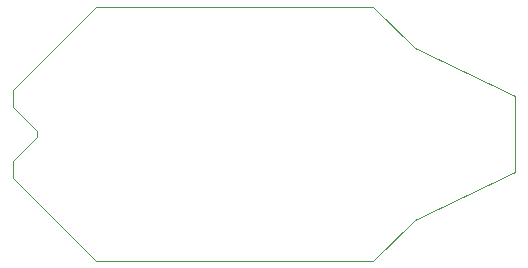
<source format=gbr>
G04 (created by PCBNEW (2013-jul-07)-stable) date Tue 30 Dec 2014 02:21:33 PM EST*
%MOIN*%
G04 Gerber Fmt 3.4, Leading zero omitted, Abs format*
%FSLAX34Y34*%
G01*
G70*
G90*
G04 APERTURE LIST*
%ADD10C,0.00590551*%
%ADD11C,0.00393701*%
G04 APERTURE END LIST*
G54D10*
G54D11*
X55118Y-14960D02*
X45866Y-14960D01*
X55118Y-23425D02*
X45866Y-23425D01*
X56496Y-16338D02*
X59842Y-17913D01*
X55118Y-14960D02*
X56496Y-16338D01*
X56496Y-22047D02*
X59842Y-20472D01*
X55118Y-23425D02*
X56496Y-22047D01*
X45866Y-14960D02*
X43110Y-17716D01*
X45866Y-23425D02*
X43110Y-20669D01*
X59842Y-20275D02*
X59842Y-20472D01*
X59842Y-17913D02*
X59842Y-20275D01*
X43897Y-19291D02*
X43897Y-19094D01*
X43110Y-20078D02*
X43897Y-19291D01*
X43110Y-20669D02*
X43110Y-20078D01*
X43110Y-17716D02*
X43110Y-18307D01*
X43897Y-19094D02*
X43110Y-18307D01*
M02*

</source>
